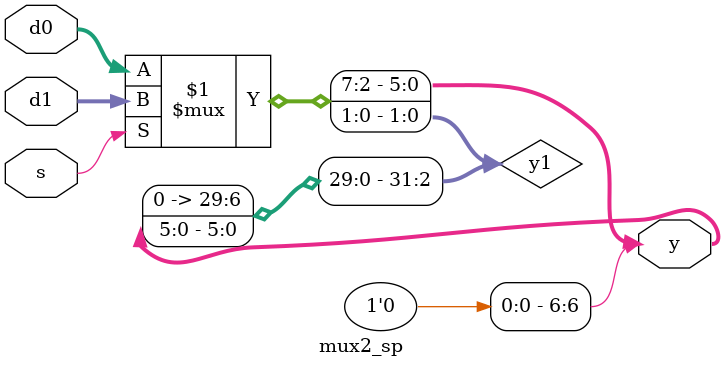
<source format=sv>
`timescale 1ns / 1ps
module mux2_sp #(parameter WIDTH = 8)
             (input  logic [WIDTH-1:0] d0, d1, 
              input  logic             s, 
              output logic [6:0] y);
  logic [31:0] y1;
  assign y1 = s ? d1 : d0; 
  assign y = y1[8:2];
endmodule


</source>
